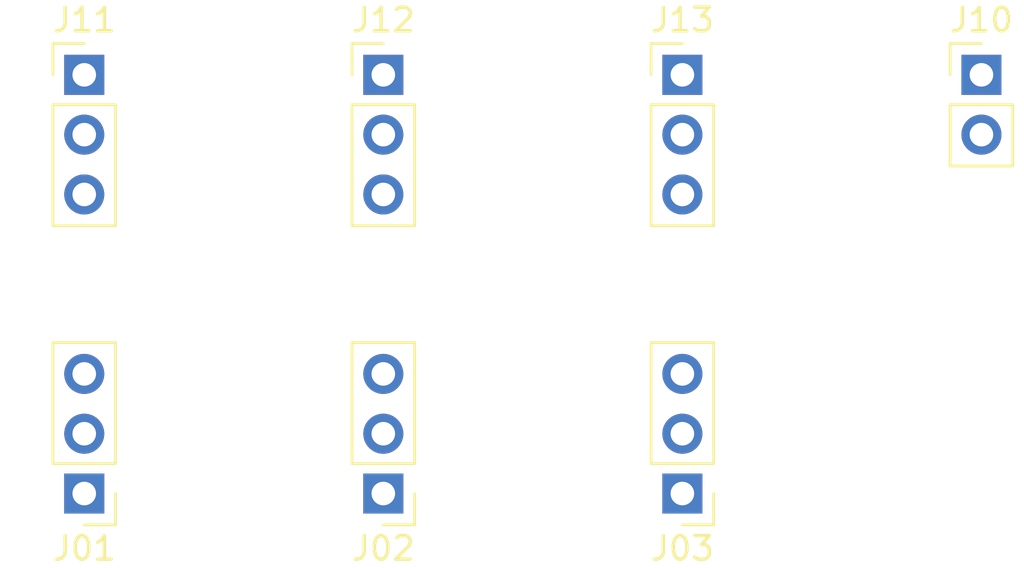
<source format=kicad_pcb>
(kicad_pcb (version 20171130) (host pcbnew 5.1.9)

  (general
    (thickness 1.6)
    (drawings 0)
    (tracks 0)
    (zones 0)
    (modules 7)
    (nets 7)
  )

  (page A4)
  (layers
    (0 F.Cu signal)
    (31 B.Cu signal)
    (32 B.Adhes user)
    (33 F.Adhes user)
    (34 B.Paste user)
    (35 F.Paste user)
    (36 B.SilkS user)
    (37 F.SilkS user)
    (38 B.Mask user)
    (39 F.Mask user)
    (40 Dwgs.User user)
    (41 Cmts.User user)
    (42 Eco1.User user)
    (43 Eco2.User user)
    (44 Edge.Cuts user)
    (45 Margin user)
    (46 B.CrtYd user)
    (47 F.CrtYd user)
    (48 B.Fab user)
    (49 F.Fab user)
  )

  (setup
    (last_trace_width 0.25)
    (trace_clearance 0.2)
    (zone_clearance 0.508)
    (zone_45_only no)
    (trace_min 0.2)
    (via_size 0.8)
    (via_drill 0.4)
    (via_min_size 0.4)
    (via_min_drill 0.3)
    (uvia_size 0.3)
    (uvia_drill 0.1)
    (uvias_allowed no)
    (uvia_min_size 0.2)
    (uvia_min_drill 0.1)
    (edge_width 0.05)
    (segment_width 0.2)
    (pcb_text_width 0.3)
    (pcb_text_size 1.5 1.5)
    (mod_edge_width 0.12)
    (mod_text_size 1 1)
    (mod_text_width 0.15)
    (pad_size 1.524 1.524)
    (pad_drill 0.762)
    (pad_to_mask_clearance 0)
    (aux_axis_origin 0 0)
    (visible_elements FFFFFF7F)
    (pcbplotparams
      (layerselection 0x010fc_ffffffff)
      (usegerberextensions false)
      (usegerberattributes true)
      (usegerberadvancedattributes true)
      (creategerberjobfile true)
      (excludeedgelayer true)
      (linewidth 0.100000)
      (plotframeref false)
      (viasonmask false)
      (mode 1)
      (useauxorigin false)
      (hpglpennumber 1)
      (hpglpenspeed 20)
      (hpglpendiameter 15.000000)
      (psnegative false)
      (psa4output false)
      (plotreference true)
      (plotvalue true)
      (plotinvisibletext false)
      (padsonsilk false)
      (subtractmaskfromsilk false)
      (outputformat 1)
      (mirror false)
      (drillshape 1)
      (scaleselection 1)
      (outputdirectory ""))
  )

  (net 0 "")
  (net 1 GND)
  (net 2 +5V)
  (net 3 "Net-(J01-Pad3)")
  (net 4 "Net-(J02-Pad3)")
  (net 5 "Net-(J03-Pad3)")
  (net 6 +BATT)

  (net_class Default "This is the default net class."
    (clearance 0.2)
    (trace_width 0.25)
    (via_dia 0.8)
    (via_drill 0.4)
    (uvia_dia 0.3)
    (uvia_drill 0.1)
    (add_net +5V)
    (add_net +BATT)
    (add_net GND)
    (add_net "Net-(J01-Pad3)")
    (add_net "Net-(J02-Pad3)")
    (add_net "Net-(J03-Pad3)")
  )

  (module Connector_PinHeader_2.54mm:PinHeader_1x03_P2.54mm_Vertical (layer F.Cu) (tedit 59FED5CC) (tstamp 60664896)
    (at 25.4 40.64 180)
    (descr "Through hole straight pin header, 1x03, 2.54mm pitch, single row")
    (tags "Through hole pin header THT 1x03 2.54mm single row")
    (path /60666E19)
    (fp_text reference J01 (at 0 -2.33) (layer F.SilkS)
      (effects (font (size 1 1) (thickness 0.15)))
    )
    (fp_text value SRV1_in (at 0 7.41) (layer F.Fab)
      (effects (font (size 1 1) (thickness 0.15)))
    )
    (fp_line (start 1.8 -1.8) (end -1.8 -1.8) (layer F.CrtYd) (width 0.05))
    (fp_line (start 1.8 6.85) (end 1.8 -1.8) (layer F.CrtYd) (width 0.05))
    (fp_line (start -1.8 6.85) (end 1.8 6.85) (layer F.CrtYd) (width 0.05))
    (fp_line (start -1.8 -1.8) (end -1.8 6.85) (layer F.CrtYd) (width 0.05))
    (fp_line (start -1.33 -1.33) (end 0 -1.33) (layer F.SilkS) (width 0.12))
    (fp_line (start -1.33 0) (end -1.33 -1.33) (layer F.SilkS) (width 0.12))
    (fp_line (start -1.33 1.27) (end 1.33 1.27) (layer F.SilkS) (width 0.12))
    (fp_line (start 1.33 1.27) (end 1.33 6.41) (layer F.SilkS) (width 0.12))
    (fp_line (start -1.33 1.27) (end -1.33 6.41) (layer F.SilkS) (width 0.12))
    (fp_line (start -1.33 6.41) (end 1.33 6.41) (layer F.SilkS) (width 0.12))
    (fp_line (start -1.27 -0.635) (end -0.635 -1.27) (layer F.Fab) (width 0.1))
    (fp_line (start -1.27 6.35) (end -1.27 -0.635) (layer F.Fab) (width 0.1))
    (fp_line (start 1.27 6.35) (end -1.27 6.35) (layer F.Fab) (width 0.1))
    (fp_line (start 1.27 -1.27) (end 1.27 6.35) (layer F.Fab) (width 0.1))
    (fp_line (start -0.635 -1.27) (end 1.27 -1.27) (layer F.Fab) (width 0.1))
    (fp_text user %R (at 0 2.54 90) (layer F.Fab)
      (effects (font (size 1 1) (thickness 0.15)))
    )
    (pad 1 thru_hole rect (at 0 0 180) (size 1.7 1.7) (drill 1) (layers *.Cu *.Mask)
      (net 1 GND))
    (pad 2 thru_hole oval (at 0 2.54 180) (size 1.7 1.7) (drill 1) (layers *.Cu *.Mask)
      (net 2 +5V))
    (pad 3 thru_hole oval (at 0 5.08 180) (size 1.7 1.7) (drill 1) (layers *.Cu *.Mask)
      (net 3 "Net-(J01-Pad3)"))
    (model ${KISYS3DMOD}/Connector_PinHeader_2.54mm.3dshapes/PinHeader_1x03_P2.54mm_Vertical.wrl
      (at (xyz 0 0 0))
      (scale (xyz 1 1 1))
      (rotate (xyz 0 0 0))
    )
  )

  (module Connector_PinHeader_2.54mm:PinHeader_1x03_P2.54mm_Vertical (layer F.Cu) (tedit 59FED5CC) (tstamp 606648AD)
    (at 38.1 40.64 180)
    (descr "Through hole straight pin header, 1x03, 2.54mm pitch, single row")
    (tags "Through hole pin header THT 1x03 2.54mm single row")
    (path /60668680)
    (fp_text reference J02 (at 0 -2.33) (layer F.SilkS)
      (effects (font (size 1 1) (thickness 0.15)))
    )
    (fp_text value SRV2_in (at 0 7.41) (layer F.Fab)
      (effects (font (size 1 1) (thickness 0.15)))
    )
    (fp_text user %R (at 0 2.54 90) (layer F.Fab)
      (effects (font (size 1 1) (thickness 0.15)))
    )
    (fp_line (start -0.635 -1.27) (end 1.27 -1.27) (layer F.Fab) (width 0.1))
    (fp_line (start 1.27 -1.27) (end 1.27 6.35) (layer F.Fab) (width 0.1))
    (fp_line (start 1.27 6.35) (end -1.27 6.35) (layer F.Fab) (width 0.1))
    (fp_line (start -1.27 6.35) (end -1.27 -0.635) (layer F.Fab) (width 0.1))
    (fp_line (start -1.27 -0.635) (end -0.635 -1.27) (layer F.Fab) (width 0.1))
    (fp_line (start -1.33 6.41) (end 1.33 6.41) (layer F.SilkS) (width 0.12))
    (fp_line (start -1.33 1.27) (end -1.33 6.41) (layer F.SilkS) (width 0.12))
    (fp_line (start 1.33 1.27) (end 1.33 6.41) (layer F.SilkS) (width 0.12))
    (fp_line (start -1.33 1.27) (end 1.33 1.27) (layer F.SilkS) (width 0.12))
    (fp_line (start -1.33 0) (end -1.33 -1.33) (layer F.SilkS) (width 0.12))
    (fp_line (start -1.33 -1.33) (end 0 -1.33) (layer F.SilkS) (width 0.12))
    (fp_line (start -1.8 -1.8) (end -1.8 6.85) (layer F.CrtYd) (width 0.05))
    (fp_line (start -1.8 6.85) (end 1.8 6.85) (layer F.CrtYd) (width 0.05))
    (fp_line (start 1.8 6.85) (end 1.8 -1.8) (layer F.CrtYd) (width 0.05))
    (fp_line (start 1.8 -1.8) (end -1.8 -1.8) (layer F.CrtYd) (width 0.05))
    (pad 3 thru_hole oval (at 0 5.08 180) (size 1.7 1.7) (drill 1) (layers *.Cu *.Mask)
      (net 4 "Net-(J02-Pad3)"))
    (pad 2 thru_hole oval (at 0 2.54 180) (size 1.7 1.7) (drill 1) (layers *.Cu *.Mask)
      (net 2 +5V))
    (pad 1 thru_hole rect (at 0 0 180) (size 1.7 1.7) (drill 1) (layers *.Cu *.Mask)
      (net 1 GND))
    (model ${KISYS3DMOD}/Connector_PinHeader_2.54mm.3dshapes/PinHeader_1x03_P2.54mm_Vertical.wrl
      (at (xyz 0 0 0))
      (scale (xyz 1 1 1))
      (rotate (xyz 0 0 0))
    )
  )

  (module Connector_PinHeader_2.54mm:PinHeader_1x03_P2.54mm_Vertical (layer F.Cu) (tedit 59FED5CC) (tstamp 606648C4)
    (at 50.8 40.64 180)
    (descr "Through hole straight pin header, 1x03, 2.54mm pitch, single row")
    (tags "Through hole pin header THT 1x03 2.54mm single row")
    (path /6066BA58)
    (fp_text reference J03 (at 0 -2.33) (layer F.SilkS)
      (effects (font (size 1 1) (thickness 0.15)))
    )
    (fp_text value SRV3_in (at 0 7.41) (layer F.Fab)
      (effects (font (size 1 1) (thickness 0.15)))
    )
    (fp_line (start 1.8 -1.8) (end -1.8 -1.8) (layer F.CrtYd) (width 0.05))
    (fp_line (start 1.8 6.85) (end 1.8 -1.8) (layer F.CrtYd) (width 0.05))
    (fp_line (start -1.8 6.85) (end 1.8 6.85) (layer F.CrtYd) (width 0.05))
    (fp_line (start -1.8 -1.8) (end -1.8 6.85) (layer F.CrtYd) (width 0.05))
    (fp_line (start -1.33 -1.33) (end 0 -1.33) (layer F.SilkS) (width 0.12))
    (fp_line (start -1.33 0) (end -1.33 -1.33) (layer F.SilkS) (width 0.12))
    (fp_line (start -1.33 1.27) (end 1.33 1.27) (layer F.SilkS) (width 0.12))
    (fp_line (start 1.33 1.27) (end 1.33 6.41) (layer F.SilkS) (width 0.12))
    (fp_line (start -1.33 1.27) (end -1.33 6.41) (layer F.SilkS) (width 0.12))
    (fp_line (start -1.33 6.41) (end 1.33 6.41) (layer F.SilkS) (width 0.12))
    (fp_line (start -1.27 -0.635) (end -0.635 -1.27) (layer F.Fab) (width 0.1))
    (fp_line (start -1.27 6.35) (end -1.27 -0.635) (layer F.Fab) (width 0.1))
    (fp_line (start 1.27 6.35) (end -1.27 6.35) (layer F.Fab) (width 0.1))
    (fp_line (start 1.27 -1.27) (end 1.27 6.35) (layer F.Fab) (width 0.1))
    (fp_line (start -0.635 -1.27) (end 1.27 -1.27) (layer F.Fab) (width 0.1))
    (fp_text user %R (at 0 2.54 90) (layer F.Fab)
      (effects (font (size 1 1) (thickness 0.15)))
    )
    (pad 1 thru_hole rect (at 0 0 180) (size 1.7 1.7) (drill 1) (layers *.Cu *.Mask)
      (net 1 GND))
    (pad 2 thru_hole oval (at 0 2.54 180) (size 1.7 1.7) (drill 1) (layers *.Cu *.Mask)
      (net 2 +5V))
    (pad 3 thru_hole oval (at 0 5.08 180) (size 1.7 1.7) (drill 1) (layers *.Cu *.Mask)
      (net 5 "Net-(J03-Pad3)"))
    (model ${KISYS3DMOD}/Connector_PinHeader_2.54mm.3dshapes/PinHeader_1x03_P2.54mm_Vertical.wrl
      (at (xyz 0 0 0))
      (scale (xyz 1 1 1))
      (rotate (xyz 0 0 0))
    )
  )

  (module Connector_PinHeader_2.54mm:PinHeader_1x02_P2.54mm_Vertical (layer F.Cu) (tedit 59FED5CC) (tstamp 606648DA)
    (at 63.5 22.86)
    (descr "Through hole straight pin header, 1x02, 2.54mm pitch, single row")
    (tags "Through hole pin header THT 1x02 2.54mm single row")
    (path /606CCF94)
    (fp_text reference J10 (at 0 -2.33) (layer F.SilkS)
      (effects (font (size 1 1) (thickness 0.15)))
    )
    (fp_text value BATT (at 0 4.87) (layer F.Fab)
      (effects (font (size 1 1) (thickness 0.15)))
    )
    (fp_line (start 1.8 -1.8) (end -1.8 -1.8) (layer F.CrtYd) (width 0.05))
    (fp_line (start 1.8 4.35) (end 1.8 -1.8) (layer F.CrtYd) (width 0.05))
    (fp_line (start -1.8 4.35) (end 1.8 4.35) (layer F.CrtYd) (width 0.05))
    (fp_line (start -1.8 -1.8) (end -1.8 4.35) (layer F.CrtYd) (width 0.05))
    (fp_line (start -1.33 -1.33) (end 0 -1.33) (layer F.SilkS) (width 0.12))
    (fp_line (start -1.33 0) (end -1.33 -1.33) (layer F.SilkS) (width 0.12))
    (fp_line (start -1.33 1.27) (end 1.33 1.27) (layer F.SilkS) (width 0.12))
    (fp_line (start 1.33 1.27) (end 1.33 3.87) (layer F.SilkS) (width 0.12))
    (fp_line (start -1.33 1.27) (end -1.33 3.87) (layer F.SilkS) (width 0.12))
    (fp_line (start -1.33 3.87) (end 1.33 3.87) (layer F.SilkS) (width 0.12))
    (fp_line (start -1.27 -0.635) (end -0.635 -1.27) (layer F.Fab) (width 0.1))
    (fp_line (start -1.27 3.81) (end -1.27 -0.635) (layer F.Fab) (width 0.1))
    (fp_line (start 1.27 3.81) (end -1.27 3.81) (layer F.Fab) (width 0.1))
    (fp_line (start 1.27 -1.27) (end 1.27 3.81) (layer F.Fab) (width 0.1))
    (fp_line (start -0.635 -1.27) (end 1.27 -1.27) (layer F.Fab) (width 0.1))
    (fp_text user %R (at 0 1.27 90) (layer F.Fab)
      (effects (font (size 1 1) (thickness 0.15)))
    )
    (pad 1 thru_hole rect (at 0 0) (size 1.7 1.7) (drill 1) (layers *.Cu *.Mask)
      (net 1 GND))
    (pad 2 thru_hole oval (at 0 2.54) (size 1.7 1.7) (drill 1) (layers *.Cu *.Mask)
      (net 6 +BATT))
    (model ${KISYS3DMOD}/Connector_PinHeader_2.54mm.3dshapes/PinHeader_1x02_P2.54mm_Vertical.wrl
      (at (xyz 0 0 0))
      (scale (xyz 1 1 1))
      (rotate (xyz 0 0 0))
    )
  )

  (module Connector_PinHeader_2.54mm:PinHeader_1x03_P2.54mm_Vertical (layer F.Cu) (tedit 59FED5CC) (tstamp 606648F1)
    (at 25.4 22.86)
    (descr "Through hole straight pin header, 1x03, 2.54mm pitch, single row")
    (tags "Through hole pin header THT 1x03 2.54mm single row")
    (path /6067E2A9)
    (fp_text reference J11 (at 0 -2.33) (layer F.SilkS)
      (effects (font (size 1 1) (thickness 0.15)))
    )
    (fp_text value SRV1_out (at 0 7.41) (layer F.Fab)
      (effects (font (size 1 1) (thickness 0.15)))
    )
    (fp_text user %R (at 0 2.54 90) (layer F.Fab)
      (effects (font (size 1 1) (thickness 0.15)))
    )
    (fp_line (start -0.635 -1.27) (end 1.27 -1.27) (layer F.Fab) (width 0.1))
    (fp_line (start 1.27 -1.27) (end 1.27 6.35) (layer F.Fab) (width 0.1))
    (fp_line (start 1.27 6.35) (end -1.27 6.35) (layer F.Fab) (width 0.1))
    (fp_line (start -1.27 6.35) (end -1.27 -0.635) (layer F.Fab) (width 0.1))
    (fp_line (start -1.27 -0.635) (end -0.635 -1.27) (layer F.Fab) (width 0.1))
    (fp_line (start -1.33 6.41) (end 1.33 6.41) (layer F.SilkS) (width 0.12))
    (fp_line (start -1.33 1.27) (end -1.33 6.41) (layer F.SilkS) (width 0.12))
    (fp_line (start 1.33 1.27) (end 1.33 6.41) (layer F.SilkS) (width 0.12))
    (fp_line (start -1.33 1.27) (end 1.33 1.27) (layer F.SilkS) (width 0.12))
    (fp_line (start -1.33 0) (end -1.33 -1.33) (layer F.SilkS) (width 0.12))
    (fp_line (start -1.33 -1.33) (end 0 -1.33) (layer F.SilkS) (width 0.12))
    (fp_line (start -1.8 -1.8) (end -1.8 6.85) (layer F.CrtYd) (width 0.05))
    (fp_line (start -1.8 6.85) (end 1.8 6.85) (layer F.CrtYd) (width 0.05))
    (fp_line (start 1.8 6.85) (end 1.8 -1.8) (layer F.CrtYd) (width 0.05))
    (fp_line (start 1.8 -1.8) (end -1.8 -1.8) (layer F.CrtYd) (width 0.05))
    (pad 3 thru_hole oval (at 0 5.08) (size 1.7 1.7) (drill 1) (layers *.Cu *.Mask)
      (net 3 "Net-(J01-Pad3)"))
    (pad 2 thru_hole oval (at 0 2.54) (size 1.7 1.7) (drill 1) (layers *.Cu *.Mask)
      (net 6 +BATT))
    (pad 1 thru_hole rect (at 0 0) (size 1.7 1.7) (drill 1) (layers *.Cu *.Mask)
      (net 1 GND))
    (model ${KISYS3DMOD}/Connector_PinHeader_2.54mm.3dshapes/PinHeader_1x03_P2.54mm_Vertical.wrl
      (at (xyz 0 0 0))
      (scale (xyz 1 1 1))
      (rotate (xyz 0 0 0))
    )
  )

  (module Connector_PinHeader_2.54mm:PinHeader_1x03_P2.54mm_Vertical (layer F.Cu) (tedit 59FED5CC) (tstamp 60664908)
    (at 38.1 22.86)
    (descr "Through hole straight pin header, 1x03, 2.54mm pitch, single row")
    (tags "Through hole pin header THT 1x03 2.54mm single row")
    (path /60680EB4)
    (fp_text reference J12 (at 0 -2.33) (layer F.SilkS)
      (effects (font (size 1 1) (thickness 0.15)))
    )
    (fp_text value SRV2_out (at 0 7.41) (layer F.Fab)
      (effects (font (size 1 1) (thickness 0.15)))
    )
    (fp_line (start 1.8 -1.8) (end -1.8 -1.8) (layer F.CrtYd) (width 0.05))
    (fp_line (start 1.8 6.85) (end 1.8 -1.8) (layer F.CrtYd) (width 0.05))
    (fp_line (start -1.8 6.85) (end 1.8 6.85) (layer F.CrtYd) (width 0.05))
    (fp_line (start -1.8 -1.8) (end -1.8 6.85) (layer F.CrtYd) (width 0.05))
    (fp_line (start -1.33 -1.33) (end 0 -1.33) (layer F.SilkS) (width 0.12))
    (fp_line (start -1.33 0) (end -1.33 -1.33) (layer F.SilkS) (width 0.12))
    (fp_line (start -1.33 1.27) (end 1.33 1.27) (layer F.SilkS) (width 0.12))
    (fp_line (start 1.33 1.27) (end 1.33 6.41) (layer F.SilkS) (width 0.12))
    (fp_line (start -1.33 1.27) (end -1.33 6.41) (layer F.SilkS) (width 0.12))
    (fp_line (start -1.33 6.41) (end 1.33 6.41) (layer F.SilkS) (width 0.12))
    (fp_line (start -1.27 -0.635) (end -0.635 -1.27) (layer F.Fab) (width 0.1))
    (fp_line (start -1.27 6.35) (end -1.27 -0.635) (layer F.Fab) (width 0.1))
    (fp_line (start 1.27 6.35) (end -1.27 6.35) (layer F.Fab) (width 0.1))
    (fp_line (start 1.27 -1.27) (end 1.27 6.35) (layer F.Fab) (width 0.1))
    (fp_line (start -0.635 -1.27) (end 1.27 -1.27) (layer F.Fab) (width 0.1))
    (fp_text user %R (at 0 2.54 90) (layer F.Fab)
      (effects (font (size 1 1) (thickness 0.15)))
    )
    (pad 1 thru_hole rect (at 0 0) (size 1.7 1.7) (drill 1) (layers *.Cu *.Mask)
      (net 1 GND))
    (pad 2 thru_hole oval (at 0 2.54) (size 1.7 1.7) (drill 1) (layers *.Cu *.Mask)
      (net 6 +BATT))
    (pad 3 thru_hole oval (at 0 5.08) (size 1.7 1.7) (drill 1) (layers *.Cu *.Mask)
      (net 4 "Net-(J02-Pad3)"))
    (model ${KISYS3DMOD}/Connector_PinHeader_2.54mm.3dshapes/PinHeader_1x03_P2.54mm_Vertical.wrl
      (at (xyz 0 0 0))
      (scale (xyz 1 1 1))
      (rotate (xyz 0 0 0))
    )
  )

  (module Connector_PinHeader_2.54mm:PinHeader_1x03_P2.54mm_Vertical (layer F.Cu) (tedit 59FED5CC) (tstamp 6066491F)
    (at 50.8 22.86)
    (descr "Through hole straight pin header, 1x03, 2.54mm pitch, single row")
    (tags "Through hole pin header THT 1x03 2.54mm single row")
    (path /606811AD)
    (fp_text reference J13 (at 0 -2.33) (layer F.SilkS)
      (effects (font (size 1 1) (thickness 0.15)))
    )
    (fp_text value SRV3_out (at 0 7.41) (layer F.Fab)
      (effects (font (size 1 1) (thickness 0.15)))
    )
    (fp_text user %R (at 0 2.54 90) (layer F.Fab)
      (effects (font (size 1 1) (thickness 0.15)))
    )
    (fp_line (start -0.635 -1.27) (end 1.27 -1.27) (layer F.Fab) (width 0.1))
    (fp_line (start 1.27 -1.27) (end 1.27 6.35) (layer F.Fab) (width 0.1))
    (fp_line (start 1.27 6.35) (end -1.27 6.35) (layer F.Fab) (width 0.1))
    (fp_line (start -1.27 6.35) (end -1.27 -0.635) (layer F.Fab) (width 0.1))
    (fp_line (start -1.27 -0.635) (end -0.635 -1.27) (layer F.Fab) (width 0.1))
    (fp_line (start -1.33 6.41) (end 1.33 6.41) (layer F.SilkS) (width 0.12))
    (fp_line (start -1.33 1.27) (end -1.33 6.41) (layer F.SilkS) (width 0.12))
    (fp_line (start 1.33 1.27) (end 1.33 6.41) (layer F.SilkS) (width 0.12))
    (fp_line (start -1.33 1.27) (end 1.33 1.27) (layer F.SilkS) (width 0.12))
    (fp_line (start -1.33 0) (end -1.33 -1.33) (layer F.SilkS) (width 0.12))
    (fp_line (start -1.33 -1.33) (end 0 -1.33) (layer F.SilkS) (width 0.12))
    (fp_line (start -1.8 -1.8) (end -1.8 6.85) (layer F.CrtYd) (width 0.05))
    (fp_line (start -1.8 6.85) (end 1.8 6.85) (layer F.CrtYd) (width 0.05))
    (fp_line (start 1.8 6.85) (end 1.8 -1.8) (layer F.CrtYd) (width 0.05))
    (fp_line (start 1.8 -1.8) (end -1.8 -1.8) (layer F.CrtYd) (width 0.05))
    (pad 3 thru_hole oval (at 0 5.08) (size 1.7 1.7) (drill 1) (layers *.Cu *.Mask)
      (net 5 "Net-(J03-Pad3)"))
    (pad 2 thru_hole oval (at 0 2.54) (size 1.7 1.7) (drill 1) (layers *.Cu *.Mask)
      (net 6 +BATT))
    (pad 1 thru_hole rect (at 0 0) (size 1.7 1.7) (drill 1) (layers *.Cu *.Mask)
      (net 1 GND))
    (model ${KISYS3DMOD}/Connector_PinHeader_2.54mm.3dshapes/PinHeader_1x03_P2.54mm_Vertical.wrl
      (at (xyz 0 0 0))
      (scale (xyz 1 1 1))
      (rotate (xyz 0 0 0))
    )
  )

)

</source>
